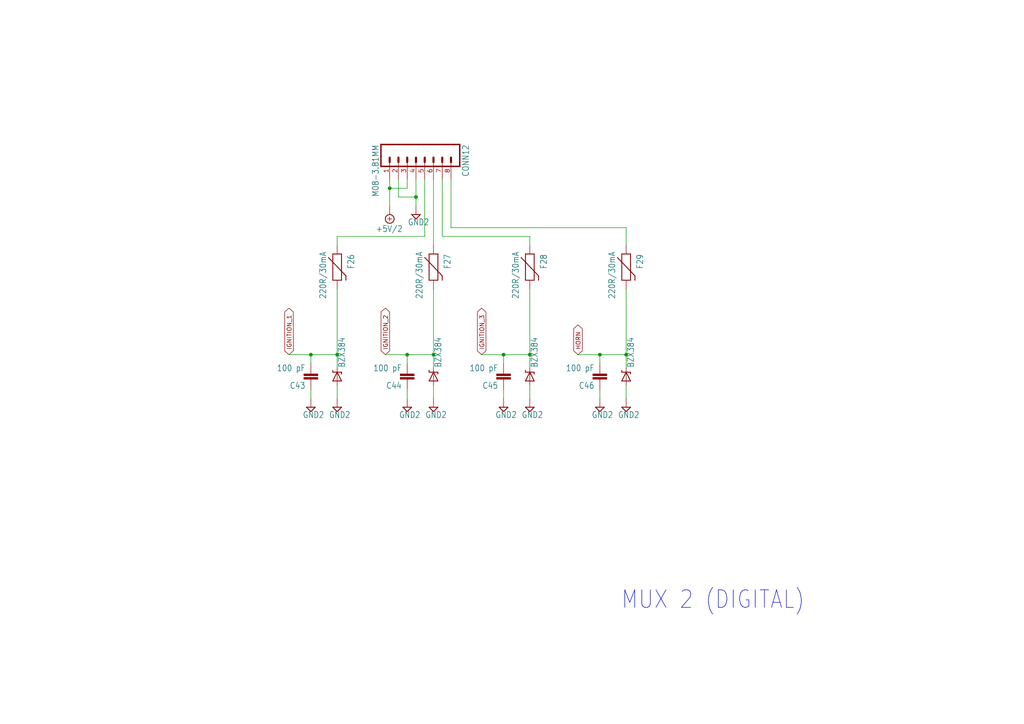
<source format=kicad_sch>
(kicad_sch
	(version 20231120)
	(generator "eeschema")
	(generator_version "8.0")
	(uuid "06db7599-cf0b-42cc-84a1-4d72633a4cf1")
	(paper "A4")
	(lib_symbols
		(symbol "sim-daq-eagle-import:+5V/2"
			(power)
			(exclude_from_sim no)
			(in_bom yes)
			(on_board yes)
			(property "Reference" "#SUPPLY"
				(at 0 0 0)
				(effects
					(font
						(size 1.27 1.27)
					)
					(hide yes)
				)
			)
			(property "Value" ""
				(at -3.81 3.175 0)
				(effects
					(font
						(size 1.778 1.5113)
					)
					(justify left bottom)
				)
			)
			(property "Footprint" ""
				(at 0 0 0)
				(effects
					(font
						(size 1.27 1.27)
					)
					(hide yes)
				)
			)
			(property "Datasheet" ""
				(at 0 0 0)
				(effects
					(font
						(size 1.27 1.27)
					)
					(hide yes)
				)
			)
			(property "Description" "SUPPLY SYMBOL"
				(at 0 0 0)
				(effects
					(font
						(size 1.27 1.27)
					)
					(hide yes)
				)
			)
			(property "ki_locked" ""
				(at 0 0 0)
				(effects
					(font
						(size 1.27 1.27)
					)
				)
			)
			(symbol "+5V/2_1_0"
				(polyline
					(pts
						(xy -0.635 1.27) (xy 0.635 1.27)
					)
					(stroke
						(width 0.1524)
						(type solid)
					)
					(fill
						(type none)
					)
				)
				(polyline
					(pts
						(xy 0 0.635) (xy 0 1.905)
					)
					(stroke
						(width 0.1524)
						(type solid)
					)
					(fill
						(type none)
					)
				)
				(circle
					(center 0 1.27)
					(radius 1.27)
					(stroke
						(width 0.254)
						(type solid)
					)
					(fill
						(type none)
					)
				)
				(pin power_in line
					(at 0 -2.54 90)
					(length 2.54)
					(name "+5V/2"
						(effects
							(font
								(size 0 0)
							)
						)
					)
					(number "1"
						(effects
							(font
								(size 0 0)
							)
						)
					)
				)
			)
		)
		(symbol "sim-daq-eagle-import:C-EUC0805"
			(exclude_from_sim no)
			(in_bom yes)
			(on_board yes)
			(property "Reference" "C"
				(at 1.524 0.381 0)
				(effects
					(font
						(size 1.778 1.5113)
					)
					(justify left bottom)
				)
			)
			(property "Value" ""
				(at 1.524 -4.699 0)
				(effects
					(font
						(size 1.778 1.5113)
					)
					(justify left bottom)
				)
			)
			(property "Footprint" "sim-daq:C0805"
				(at 0 0 0)
				(effects
					(font
						(size 1.27 1.27)
					)
					(hide yes)
				)
			)
			(property "Datasheet" ""
				(at 0 0 0)
				(effects
					(font
						(size 1.27 1.27)
					)
					(hide yes)
				)
			)
			(property "Description" "CAPACITOR, European symbol"
				(at 0 0 0)
				(effects
					(font
						(size 1.27 1.27)
					)
					(hide yes)
				)
			)
			(property "ki_locked" ""
				(at 0 0 0)
				(effects
					(font
						(size 1.27 1.27)
					)
				)
			)
			(symbol "C-EUC0805_1_0"
				(rectangle
					(start -2.032 -2.032)
					(end 2.032 -1.524)
					(stroke
						(width 0)
						(type default)
					)
					(fill
						(type outline)
					)
				)
				(rectangle
					(start -2.032 -1.016)
					(end 2.032 -0.508)
					(stroke
						(width 0)
						(type default)
					)
					(fill
						(type outline)
					)
				)
				(polyline
					(pts
						(xy 0 -2.54) (xy 0 -2.032)
					)
					(stroke
						(width 0.1524)
						(type solid)
					)
					(fill
						(type none)
					)
				)
				(polyline
					(pts
						(xy 0 0) (xy 0 -0.508)
					)
					(stroke
						(width 0.1524)
						(type solid)
					)
					(fill
						(type none)
					)
				)
				(pin passive line
					(at 0 2.54 270)
					(length 2.54)
					(name "1"
						(effects
							(font
								(size 0 0)
							)
						)
					)
					(number "1"
						(effects
							(font
								(size 0 0)
							)
						)
					)
				)
				(pin passive line
					(at 0 -5.08 90)
					(length 2.54)
					(name "2"
						(effects
							(font
								(size 0 0)
							)
						)
					)
					(number "2"
						(effects
							(font
								(size 0 0)
							)
						)
					)
				)
			)
		)
		(symbol "sim-daq-eagle-import:DIODE-ZENER-BZT52"
			(exclude_from_sim no)
			(in_bom yes)
			(on_board yes)
			(property "Reference" ""
				(at 2.54 0.4826 0)
				(effects
					(font
						(size 1.778 1.5113)
					)
					(justify left bottom)
					(hide yes)
				)
			)
			(property "Value" ""
				(at 2.54 -2.3114 0)
				(effects
					(font
						(size 1.778 1.5113)
					)
					(justify left bottom)
				)
			)
			(property "Footprint" "sim-daq:SOD-323"
				(at 0 0 0)
				(effects
					(font
						(size 1.27 1.27)
					)
					(hide yes)
				)
			)
			(property "Datasheet" ""
				(at 0 0 0)
				(effects
					(font
						(size 1.27 1.27)
					)
					(hide yes)
				)
			)
			(property "Description" "Zener Diode Production Part - 8199 3.4V Zener Voltage"
				(at 0 0 0)
				(effects
					(font
						(size 1.27 1.27)
					)
					(hide yes)
				)
			)
			(property "ki_locked" ""
				(at 0 0 0)
				(effects
					(font
						(size 1.27 1.27)
					)
				)
			)
			(symbol "DIODE-ZENER-BZT52_1_0"
				(polyline
					(pts
						(xy -1.27 -1.27) (xy 1.27 0)
					)
					(stroke
						(width 0.254)
						(type solid)
					)
					(fill
						(type none)
					)
				)
				(polyline
					(pts
						(xy -1.27 1.27) (xy -1.27 -1.27)
					)
					(stroke
						(width 0.254)
						(type solid)
					)
					(fill
						(type none)
					)
				)
				(polyline
					(pts
						(xy 1.27 -1.27) (xy 0.762 -1.27)
					)
					(stroke
						(width 0.254)
						(type solid)
					)
					(fill
						(type none)
					)
				)
				(polyline
					(pts
						(xy 1.27 0) (xy -1.27 1.27)
					)
					(stroke
						(width 0.254)
						(type solid)
					)
					(fill
						(type none)
					)
				)
				(polyline
					(pts
						(xy 1.27 0) (xy 1.27 -1.27)
					)
					(stroke
						(width 0.254)
						(type solid)
					)
					(fill
						(type none)
					)
				)
				(polyline
					(pts
						(xy 1.27 1.27) (xy 1.27 0)
					)
					(stroke
						(width 0.254)
						(type solid)
					)
					(fill
						(type none)
					)
				)
				(polyline
					(pts
						(xy 1.27 1.27) (xy 1.778 1.27)
					)
					(stroke
						(width 0.254)
						(type solid)
					)
					(fill
						(type none)
					)
				)
				(pin passive line
					(at -2.54 0 0)
					(length 2.54)
					(name "A"
						(effects
							(font
								(size 0 0)
							)
						)
					)
					(number "A"
						(effects
							(font
								(size 0 0)
							)
						)
					)
				)
				(pin passive line
					(at 2.54 0 180)
					(length 2.54)
					(name "C"
						(effects
							(font
								(size 0 0)
							)
						)
					)
					(number "C"
						(effects
							(font
								(size 0 0)
							)
						)
					)
				)
			)
		)
		(symbol "sim-daq-eagle-import:GND2"
			(power)
			(exclude_from_sim no)
			(in_bom yes)
			(on_board yes)
			(property "Reference" "#SUPPLY"
				(at 0 0 0)
				(effects
					(font
						(size 1.27 1.27)
					)
					(hide yes)
				)
			)
			(property "Value" ""
				(at -2.413 -3.175 0)
				(effects
					(font
						(size 1.778 1.5113)
					)
					(justify left bottom)
				)
			)
			(property "Footprint" ""
				(at 0 0 0)
				(effects
					(font
						(size 1.27 1.27)
					)
					(hide yes)
				)
			)
			(property "Datasheet" ""
				(at 0 0 0)
				(effects
					(font
						(size 1.27 1.27)
					)
					(hide yes)
				)
			)
			(property "Description" "SUPPLY SYMBOL"
				(at 0 0 0)
				(effects
					(font
						(size 1.27 1.27)
					)
					(hide yes)
				)
			)
			(property "ki_locked" ""
				(at 0 0 0)
				(effects
					(font
						(size 1.27 1.27)
					)
				)
			)
			(symbol "GND2_1_0"
				(polyline
					(pts
						(xy -1.27 0) (xy 1.27 0)
					)
					(stroke
						(width 0.254)
						(type solid)
					)
					(fill
						(type none)
					)
				)
				(polyline
					(pts
						(xy 0 -1.27) (xy -1.27 0)
					)
					(stroke
						(width 0.254)
						(type solid)
					)
					(fill
						(type none)
					)
				)
				(polyline
					(pts
						(xy 1.27 0) (xy 0 -1.27)
					)
					(stroke
						(width 0.254)
						(type solid)
					)
					(fill
						(type none)
					)
				)
				(pin power_in line
					(at 0 2.54 270)
					(length 2.54)
					(name "GND2"
						(effects
							(font
								(size 0 0)
							)
						)
					)
					(number "1"
						(effects
							(font
								(size 0 0)
							)
						)
					)
				)
			)
		)
		(symbol "sim-daq-eagle-import:M08-3.81MM"
			(exclude_from_sim no)
			(in_bom yes)
			(on_board yes)
			(property "Reference" "CONN"
				(at -2.54 21.082 0)
				(effects
					(font
						(size 1.778 1.5113)
					)
					(justify left bottom)
				)
			)
			(property "Value" ""
				(at -2.54 -5.08 0)
				(effects
					(font
						(size 1.778 1.5113)
					)
					(justify left bottom)
				)
			)
			(property "Footprint" "sim-daq:M08-3.81"
				(at 0 0 0)
				(effects
					(font
						(size 1.27 1.27)
					)
					(hide yes)
				)
			)
			(property "Datasheet" ""
				(at 0 0 0)
				(effects
					(font
						(size 1.27 1.27)
					)
					(hide yes)
				)
			)
			(property "Description" ""
				(at 0 0 0)
				(effects
					(font
						(size 1.27 1.27)
					)
					(hide yes)
				)
			)
			(property "ki_locked" ""
				(at 0 0 0)
				(effects
					(font
						(size 1.27 1.27)
					)
				)
			)
			(symbol "M08-3.81MM_1_0"
				(polyline
					(pts
						(xy -2.54 20.32) (xy -2.54 -2.54)
					)
					(stroke
						(width 0.4064)
						(type solid)
					)
					(fill
						(type none)
					)
				)
				(polyline
					(pts
						(xy -2.54 20.32) (xy 3.81 20.32)
					)
					(stroke
						(width 0.4064)
						(type solid)
					)
					(fill
						(type none)
					)
				)
				(polyline
					(pts
						(xy 1.27 0) (xy 2.54 0)
					)
					(stroke
						(width 0.6096)
						(type solid)
					)
					(fill
						(type none)
					)
				)
				(polyline
					(pts
						(xy 1.27 2.54) (xy 2.54 2.54)
					)
					(stroke
						(width 0.6096)
						(type solid)
					)
					(fill
						(type none)
					)
				)
				(polyline
					(pts
						(xy 1.27 5.08) (xy 2.54 5.08)
					)
					(stroke
						(width 0.6096)
						(type solid)
					)
					(fill
						(type none)
					)
				)
				(polyline
					(pts
						(xy 1.27 7.62) (xy 2.54 7.62)
					)
					(stroke
						(width 0.6096)
						(type solid)
					)
					(fill
						(type none)
					)
				)
				(polyline
					(pts
						(xy 1.27 10.16) (xy 2.54 10.16)
					)
					(stroke
						(width 0.6096)
						(type solid)
					)
					(fill
						(type none)
					)
				)
				(polyline
					(pts
						(xy 1.27 12.7) (xy 2.54 12.7)
					)
					(stroke
						(width 0.6096)
						(type solid)
					)
					(fill
						(type none)
					)
				)
				(polyline
					(pts
						(xy 1.27 15.24) (xy 2.54 15.24)
					)
					(stroke
						(width 0.6096)
						(type solid)
					)
					(fill
						(type none)
					)
				)
				(polyline
					(pts
						(xy 1.27 17.78) (xy 2.54 17.78)
					)
					(stroke
						(width 0.6096)
						(type solid)
					)
					(fill
						(type none)
					)
				)
				(polyline
					(pts
						(xy 3.81 -2.54) (xy -2.54 -2.54)
					)
					(stroke
						(width 0.4064)
						(type solid)
					)
					(fill
						(type none)
					)
				)
				(polyline
					(pts
						(xy 3.81 -2.54) (xy 3.81 20.32)
					)
					(stroke
						(width 0.4064)
						(type solid)
					)
					(fill
						(type none)
					)
				)
				(pin passive line
					(at 7.62 0 180)
					(length 5.08)
					(name "1"
						(effects
							(font
								(size 0 0)
							)
						)
					)
					(number "1"
						(effects
							(font
								(size 1.27 1.27)
							)
						)
					)
				)
				(pin passive line
					(at 7.62 2.54 180)
					(length 5.08)
					(name "2"
						(effects
							(font
								(size 0 0)
							)
						)
					)
					(number "2"
						(effects
							(font
								(size 1.27 1.27)
							)
						)
					)
				)
				(pin passive line
					(at 7.62 5.08 180)
					(length 5.08)
					(name "3"
						(effects
							(font
								(size 0 0)
							)
						)
					)
					(number "3"
						(effects
							(font
								(size 1.27 1.27)
							)
						)
					)
				)
				(pin passive line
					(at 7.62 7.62 180)
					(length 5.08)
					(name "4"
						(effects
							(font
								(size 0 0)
							)
						)
					)
					(number "4"
						(effects
							(font
								(size 1.27 1.27)
							)
						)
					)
				)
				(pin passive line
					(at 7.62 10.16 180)
					(length 5.08)
					(name "5"
						(effects
							(font
								(size 0 0)
							)
						)
					)
					(number "5"
						(effects
							(font
								(size 1.27 1.27)
							)
						)
					)
				)
				(pin passive line
					(at 7.62 12.7 180)
					(length 5.08)
					(name "6"
						(effects
							(font
								(size 0 0)
							)
						)
					)
					(number "6"
						(effects
							(font
								(size 1.27 1.27)
							)
						)
					)
				)
				(pin passive line
					(at 7.62 15.24 180)
					(length 5.08)
					(name "7"
						(effects
							(font
								(size 0 0)
							)
						)
					)
					(number "7"
						(effects
							(font
								(size 1.27 1.27)
							)
						)
					)
				)
				(pin passive line
					(at 7.62 17.78 180)
					(length 5.08)
					(name "8"
						(effects
							(font
								(size 0 0)
							)
						)
					)
					(number "8"
						(effects
							(font
								(size 1.27 1.27)
							)
						)
					)
				)
			)
		)
		(symbol "sim-daq-eagle-import:PTC0603"
			(exclude_from_sim no)
			(in_bom yes)
			(on_board yes)
			(property "Reference" "F"
				(at -2.54 3.048 0)
				(effects
					(font
						(size 1.778 1.5113)
					)
					(justify left bottom)
				)
			)
			(property "Value" ""
				(at -3.302 -5.08 0)
				(effects
					(font
						(size 1.778 1.5113)
					)
					(justify left bottom)
				)
			)
			(property "Footprint" "sim-daq:0603"
				(at 0 0 0)
				(effects
					(font
						(size 1.27 1.27)
					)
					(hide yes)
				)
			)
			(property "Datasheet" ""
				(at 0 0 0)
				(effects
					(font
						(size 1.27 1.27)
					)
					(hide yes)
				)
			)
			(property "Description" "Resettable Fuse PTC Resettable Fuse. Spark Fun Electronics SKU : COM-08357"
				(at 0 0 0)
				(effects
					(font
						(size 1.27 1.27)
					)
					(hide yes)
				)
			)
			(property "ki_locked" ""
				(at 0 0 0)
				(effects
					(font
						(size 1.27 1.27)
					)
				)
			)
			(symbol "PTC0603_1_0"
				(polyline
					(pts
						(xy -2.54 -1.27) (xy -2.54 1.27)
					)
					(stroke
						(width 0.254)
						(type solid)
					)
					(fill
						(type none)
					)
				)
				(polyline
					(pts
						(xy -2.54 1.27) (xy 5.08 1.27)
					)
					(stroke
						(width 0.254)
						(type solid)
					)
					(fill
						(type none)
					)
				)
				(polyline
					(pts
						(xy -1.524 -2.54) (xy 3.81 2.54)
					)
					(stroke
						(width 0.254)
						(type solid)
					)
					(fill
						(type none)
					)
				)
				(polyline
					(pts
						(xy 3.81 2.54) (xy 5.08 2.54)
					)
					(stroke
						(width 0.254)
						(type solid)
					)
					(fill
						(type none)
					)
				)
				(polyline
					(pts
						(xy 5.08 -1.27) (xy -2.54 -1.27)
					)
					(stroke
						(width 0.254)
						(type solid)
					)
					(fill
						(type none)
					)
				)
				(polyline
					(pts
						(xy 5.08 1.27) (xy 5.08 -1.27)
					)
					(stroke
						(width 0.254)
						(type solid)
					)
					(fill
						(type none)
					)
				)
				(pin bidirectional line
					(at -5.08 0 0)
					(length 2.54)
					(name "1"
						(effects
							(font
								(size 0 0)
							)
						)
					)
					(number "1"
						(effects
							(font
								(size 0 0)
							)
						)
					)
				)
				(pin bidirectional line
					(at 7.62 0 180)
					(length 2.54)
					(name "2"
						(effects
							(font
								(size 0 0)
							)
						)
					)
					(number "2"
						(effects
							(font
								(size 0 0)
							)
						)
					)
				)
			)
		)
	)
	(junction
		(at 146.05 102.87)
		(diameter 0)
		(color 0 0 0 0)
		(uuid "45e515ff-24b3-4fbe-9073-6b413f5f98c7")
	)
	(junction
		(at 118.11 102.87)
		(diameter 0)
		(color 0 0 0 0)
		(uuid "6b651d8d-cda4-48c8-95b7-73ef49ce2ef5")
	)
	(junction
		(at 113.03 54.61)
		(diameter 0)
		(color 0 0 0 0)
		(uuid "7faed6f3-db4c-42c6-b85d-2036c932e9db")
	)
	(junction
		(at 153.67 102.87)
		(diameter 0)
		(color 0 0 0 0)
		(uuid "aa2d5d2e-3b93-44f0-bd95-912a66f51f6b")
	)
	(junction
		(at 125.73 102.87)
		(diameter 0)
		(color 0 0 0 0)
		(uuid "ac3791e4-77ba-4529-a0e5-0b7117359623")
	)
	(junction
		(at 181.61 102.87)
		(diameter 0)
		(color 0 0 0 0)
		(uuid "b1ffeed5-8675-4d1f-b6f1-d21c3aaa83a7")
	)
	(junction
		(at 173.99 102.87)
		(diameter 0)
		(color 0 0 0 0)
		(uuid "b44b33d5-6619-4c66-ad12-28bafa849481")
	)
	(junction
		(at 97.79 102.87)
		(diameter 0)
		(color 0 0 0 0)
		(uuid "d3fd5286-bd28-409a-8bb6-505f459bb835")
	)
	(junction
		(at 120.65 57.15)
		(diameter 0)
		(color 0 0 0 0)
		(uuid "da00c825-1676-4389-b146-3b656eed8c13")
	)
	(junction
		(at 90.17 102.87)
		(diameter 0)
		(color 0 0 0 0)
		(uuid "da56c533-5c5c-4ae3-ada2-56a184881857")
	)
	(wire
		(pts
			(xy 115.57 52.07) (xy 115.57 57.15)
		)
		(stroke
			(width 0.1524)
			(type solid)
		)
		(uuid "003d14af-ab04-4c1a-be97-10f19201ab32")
	)
	(wire
		(pts
			(xy 146.05 102.87) (xy 153.67 102.87)
		)
		(stroke
			(width 0.1524)
			(type solid)
		)
		(uuid "0bc1f4ce-c1b1-4950-b788-93dfa7a26595")
	)
	(wire
		(pts
			(xy 181.61 115.57) (xy 181.61 111.76)
		)
		(stroke
			(width 0.1524)
			(type solid)
		)
		(uuid "109fc64f-1a16-441c-82e4-849fb8f15ad6")
	)
	(wire
		(pts
			(xy 146.05 115.57) (xy 146.05 113.03)
		)
		(stroke
			(width 0.1524)
			(type solid)
		)
		(uuid "13222fe8-acd8-4102-ae0f-2cbfdf645312")
	)
	(wire
		(pts
			(xy 181.61 66.04) (xy 130.81 66.04)
		)
		(stroke
			(width 0.1524)
			(type solid)
		)
		(uuid "1b072b9d-7b0f-47b9-9c73-eef8c3ed9d38")
	)
	(wire
		(pts
			(xy 113.03 52.07) (xy 113.03 54.61)
		)
		(stroke
			(width 0.1524)
			(type solid)
		)
		(uuid "2703fdf1-bc64-4e83-b9aa-25d012338b0c")
	)
	(wire
		(pts
			(xy 173.99 105.41) (xy 173.99 102.87)
		)
		(stroke
			(width 0.1524)
			(type solid)
		)
		(uuid "27e708cc-3f9b-4e25-84b5-63dbe396be93")
	)
	(wire
		(pts
			(xy 173.99 115.57) (xy 173.99 113.03)
		)
		(stroke
			(width 0.1524)
			(type solid)
		)
		(uuid "45fcf245-3e98-479d-a404-213a3c27864d")
	)
	(wire
		(pts
			(xy 181.61 83.82) (xy 181.61 102.87)
		)
		(stroke
			(width 0.1524)
			(type solid)
		)
		(uuid "4a7df409-b236-4694-929f-23db8399a563")
	)
	(wire
		(pts
			(xy 113.03 54.61) (xy 118.11 54.61)
		)
		(stroke
			(width 0.1524)
			(type solid)
		)
		(uuid "4acbdc44-9008-4f45-9d24-73920a79d087")
	)
	(wire
		(pts
			(xy 146.05 102.87) (xy 139.7 102.87)
		)
		(stroke
			(width 0.1524)
			(type solid)
		)
		(uuid "506ad541-38de-4310-bdb4-df97a4ce4257")
	)
	(wire
		(pts
			(xy 120.65 57.15) (xy 120.65 52.07)
		)
		(stroke
			(width 0.1524)
			(type solid)
		)
		(uuid "5143ad27-0cff-45c7-b0d0-3fc0311012c6")
	)
	(wire
		(pts
			(xy 181.61 106.68) (xy 181.61 102.87)
		)
		(stroke
			(width 0.1524)
			(type solid)
		)
		(uuid "5da5f874-a41e-483d-bec5-37244889de61")
	)
	(wire
		(pts
			(xy 173.99 102.87) (xy 181.61 102.87)
		)
		(stroke
			(width 0.1524)
			(type solid)
		)
		(uuid "62b89ca6-1118-47a7-978d-347212d364a7")
	)
	(wire
		(pts
			(xy 123.19 68.58) (xy 97.79 68.58)
		)
		(stroke
			(width 0.1524)
			(type solid)
		)
		(uuid "64744095-efce-414b-be35-eab9af04e51d")
	)
	(wire
		(pts
			(xy 90.17 102.87) (xy 97.79 102.87)
		)
		(stroke
			(width 0.1524)
			(type solid)
		)
		(uuid "654bdf85-73d9-4afd-bb33-a3c378c3b5d6")
	)
	(wire
		(pts
			(xy 123.19 52.07) (xy 123.19 68.58)
		)
		(stroke
			(width 0.1524)
			(type solid)
		)
		(uuid "657e8a9c-cbdc-4e1f-b95c-15dab39c442e")
	)
	(wire
		(pts
			(xy 173.99 102.87) (xy 167.64 102.87)
		)
		(stroke
			(width 0.1524)
			(type solid)
		)
		(uuid "77ce5fb5-1d1f-4437-a448-e634a616b8e2")
	)
	(wire
		(pts
			(xy 125.73 83.82) (xy 125.73 102.87)
		)
		(stroke
			(width 0.1524)
			(type solid)
		)
		(uuid "784faf45-a524-48f0-ac0e-1878c1864350")
	)
	(wire
		(pts
			(xy 130.81 66.04) (xy 130.81 52.07)
		)
		(stroke
			(width 0.1524)
			(type solid)
		)
		(uuid "7d5b473f-57a4-4c2e-a911-04c68de6d8ad")
	)
	(wire
		(pts
			(xy 153.67 83.82) (xy 153.67 102.87)
		)
		(stroke
			(width 0.1524)
			(type solid)
		)
		(uuid "7f1e2db8-ecc5-47ee-a32e-aaaf838c5b00")
	)
	(wire
		(pts
			(xy 118.11 54.61) (xy 118.11 52.07)
		)
		(stroke
			(width 0.1524)
			(type solid)
		)
		(uuid "81346b10-5499-483b-bc2c-242c5eee9251")
	)
	(wire
		(pts
			(xy 115.57 57.15) (xy 120.65 57.15)
		)
		(stroke
			(width 0.1524)
			(type solid)
		)
		(uuid "83f97531-f636-4816-a91d-eadc3e83a631")
	)
	(wire
		(pts
			(xy 153.67 68.58) (xy 128.27 68.58)
		)
		(stroke
			(width 0.1524)
			(type solid)
		)
		(uuid "88283bd8-8140-4262-9532-837104c27ce7")
	)
	(wire
		(pts
			(xy 97.79 115.57) (xy 97.79 111.76)
		)
		(stroke
			(width 0.1524)
			(type solid)
		)
		(uuid "9036f580-3c2a-478b-9570-14ddd0da8193")
	)
	(wire
		(pts
			(xy 90.17 115.57) (xy 90.17 113.03)
		)
		(stroke
			(width 0.1524)
			(type solid)
		)
		(uuid "928123d6-af9b-4bb4-a557-791eed580bf1")
	)
	(wire
		(pts
			(xy 90.17 105.41) (xy 90.17 102.87)
		)
		(stroke
			(width 0.1524)
			(type solid)
		)
		(uuid "998f0cae-b33c-4f9e-b40d-294df20fc582")
	)
	(wire
		(pts
			(xy 153.67 106.68) (xy 153.67 102.87)
		)
		(stroke
			(width 0.1524)
			(type solid)
		)
		(uuid "9cc92db8-218a-4dc6-be00-0d9cb35a6761")
	)
	(wire
		(pts
			(xy 120.65 59.69) (xy 120.65 57.15)
		)
		(stroke
			(width 0.1524)
			(type solid)
		)
		(uuid "a6267843-8c8a-4c74-a5d9-f984e96a11b7")
	)
	(wire
		(pts
			(xy 146.05 105.41) (xy 146.05 102.87)
		)
		(stroke
			(width 0.1524)
			(type solid)
		)
		(uuid "aab76544-c392-4db9-9d23-1876b7fb7306")
	)
	(wire
		(pts
			(xy 118.11 102.87) (xy 125.73 102.87)
		)
		(stroke
			(width 0.1524)
			(type solid)
		)
		(uuid "b5603ee7-6297-4699-b569-ffb541a8809b")
	)
	(wire
		(pts
			(xy 181.61 71.12) (xy 181.61 66.04)
		)
		(stroke
			(width 0.1524)
			(type solid)
		)
		(uuid "ccbcf394-8440-4399-99e2-06d2f61e0ffd")
	)
	(wire
		(pts
			(xy 113.03 54.61) (xy 113.03 59.69)
		)
		(stroke
			(width 0.1524)
			(type solid)
		)
		(uuid "cd2ec3a6-3653-4592-a64e-67e84fcb3e4b")
	)
	(wire
		(pts
			(xy 128.27 68.58) (xy 128.27 52.07)
		)
		(stroke
			(width 0.1524)
			(type solid)
		)
		(uuid "cd93faec-ee27-44c1-bc59-d0215d8a599f")
	)
	(wire
		(pts
			(xy 118.11 105.41) (xy 118.11 102.87)
		)
		(stroke
			(width 0.1524)
			(type solid)
		)
		(uuid "d54e1a0e-869b-4f2d-aa58-80fdd0f33ff2")
	)
	(wire
		(pts
			(xy 118.11 115.57) (xy 118.11 113.03)
		)
		(stroke
			(width 0.1524)
			(type solid)
		)
		(uuid "d78c133b-0e00-4635-960a-6633115f60a0")
	)
	(wire
		(pts
			(xy 118.11 102.87) (xy 111.76 102.87)
		)
		(stroke
			(width 0.1524)
			(type solid)
		)
		(uuid "dd7ea68b-ccf5-4663-b60b-a1946a1e63d4")
	)
	(wire
		(pts
			(xy 97.79 83.82) (xy 97.79 102.87)
		)
		(stroke
			(width 0.1524)
			(type solid)
		)
		(uuid "dda2c9f6-e325-4317-b87d-0d9c7de2920a")
	)
	(wire
		(pts
			(xy 125.73 115.57) (xy 125.73 111.76)
		)
		(stroke
			(width 0.1524)
			(type solid)
		)
		(uuid "dfa0f0a9-e09f-4d17-997b-bd22746cf883")
	)
	(wire
		(pts
			(xy 90.17 102.87) (xy 83.82 102.87)
		)
		(stroke
			(width 0.1524)
			(type solid)
		)
		(uuid "e8120cc6-4b6f-493b-86cb-bbbaea473f4b")
	)
	(wire
		(pts
			(xy 153.67 71.12) (xy 153.67 68.58)
		)
		(stroke
			(width 0.1524)
			(type solid)
		)
		(uuid "e9049eeb-9f92-4a27-aa38-bf8b22553fe4")
	)
	(wire
		(pts
			(xy 153.67 115.57) (xy 153.67 111.76)
		)
		(stroke
			(width 0.1524)
			(type solid)
		)
		(uuid "ea1a1c8f-fcc1-42cf-b7c5-6e54f8646cad")
	)
	(wire
		(pts
			(xy 125.73 52.07) (xy 125.73 71.12)
		)
		(stroke
			(width 0.1524)
			(type solid)
		)
		(uuid "ea33c31e-f95d-412d-9a40-721a274dfe5e")
	)
	(wire
		(pts
			(xy 97.79 68.58) (xy 97.79 71.12)
		)
		(stroke
			(width 0.1524)
			(type solid)
		)
		(uuid "eaeba194-8200-4f89-9685-1b95ead68fc0")
	)
	(wire
		(pts
			(xy 125.73 106.68) (xy 125.73 102.87)
		)
		(stroke
			(width 0.1524)
			(type solid)
		)
		(uuid "f6a95e4a-b92b-4e5f-99af-53fbd7780ea5")
	)
	(wire
		(pts
			(xy 97.79 106.68) (xy 97.79 102.87)
		)
		(stroke
			(width 0.1524)
			(type solid)
		)
		(uuid "ff0d445b-a703-4ef4-adbc-46861753c35f")
	)
	(text "MUX 2 (DIGITAL)"
		(exclude_from_sim no)
		(at 180.086 177.038 0)
		(effects
			(font
				(size 5.08 4.318)
			)
			(justify left bottom)
		)
		(uuid "24719506-5b2f-4e7e-9265-d6c51c4c4abd")
	)
	(global_label "HORN"
		(shape bidirectional)
		(at 167.64 102.87 90)
		(fields_autoplaced yes)
		(effects
			(font
				(size 1.2446 1.2446)
			)
			(justify left)
		)
		(uuid "512ce661-7fe2-4d1a-b1a5-234b187bf499")
		(property "Intersheetrefs" "${INTERSHEET_REFS}"
			(at 167.64 93.6995 90)
			(effects
				(font
					(size 1.27 1.27)
				)
				(justify left)
				(hide yes)
			)
		)
	)
	(global_label "IGNITION_1"
		(shape bidirectional)
		(at 83.82 102.87 90)
		(fields_autoplaced yes)
		(effects
			(font
				(size 1.2446 1.2446)
			)
			(justify left)
		)
		(uuid "5309cfe0-e722-422e-9c42-8ae305901569")
		(property "Intersheetrefs" "${INTERSHEET_REFS}"
			(at 83.82 88.8395 90)
			(effects
				(font
					(size 1.27 1.27)
				)
				(justify left)
				(hide yes)
			)
		)
	)
	(global_label "IGNITION_2"
		(shape bidirectional)
		(at 111.76 102.87 90)
		(fields_autoplaced yes)
		(effects
			(font
				(size 1.2446 1.2446)
			)
			(justify left)
		)
		(uuid "68201b56-e8ca-495d-a3cd-e0bcb37b8505")
		(property "Intersheetrefs" "${INTERSHEET_REFS}"
			(at 111.76 88.8395 90)
			(effects
				(font
					(size 1.27 1.27)
				)
				(justify left)
				(hide yes)
			)
		)
	)
	(global_label "IGNITION_3"
		(shape bidirectional)
		(at 139.7 102.87 90)
		(fields_autoplaced yes)
		(effects
			(font
				(size 1.2446 1.2446)
			)
			(justify left)
		)
		(uuid "e4a75b61-8f0d-42d9-889d-52087723a5e7")
		(property "Intersheetrefs" "${INTERSHEET_REFS}"
			(at 139.7 88.8395 90)
			(effects
				(font
					(size 1.27 1.27)
				)
				(justify left)
				(hide yes)
			)
		)
	)
	(symbol
		(lib_id "sim-daq-eagle-import:GND2")
		(at 120.65 62.23 0)
		(unit 1)
		(exclude_from_sim no)
		(in_bom yes)
		(on_board yes)
		(dnp no)
		(uuid "059a11b0-a3c2-4b0b-9491-f6002ec6da25")
		(property "Reference" "#SUPPLY53"
			(at 120.65 62.23 0)
			(effects
				(font
					(size 1.27 1.27)
				)
				(hide yes)
			)
		)
		(property "Value" "GND2"
			(at 118.237 65.405 0)
			(effects
				(font
					(size 1.778 1.5113)
				)
				(justify left bottom)
			)
		)
		(property "Footprint" ""
			(at 120.65 62.23 0)
			(effects
				(font
					(size 1.27 1.27)
				)
				(hide yes)
			)
		)
		(property "Datasheet" ""
			(at 120.65 62.23 0)
			(effects
				(font
					(size 1.27 1.27)
				)
				(hide yes)
			)
		)
		(property "Description" ""
			(at 120.65 62.23 0)
			(effects
				(font
					(size 1.27 1.27)
				)
				(hide yes)
			)
		)
		(pin "1"
			(uuid "bdf2b79a-9324-420a-b645-4a06ba29fb1c")
		)
		(instances
			(project "sim-daq"
				(path "/49d127e9-4d55-4359-a72f-e53f94e14ae0/deed2928-307d-421b-9755-61f13fc86092"
					(reference "#SUPPLY53")
					(unit 1)
				)
			)
		)
	)
	(symbol
		(lib_id "sim-daq-eagle-import:DIODE-ZENER-BZT52")
		(at 153.67 109.22 90)
		(unit 1)
		(exclude_from_sim no)
		(in_bom yes)
		(on_board yes)
		(dnp no)
		(uuid "1b74de2e-641a-44ca-9d3c-326c846077c9")
		(property "Reference" "D47"
			(at 153.1874 106.68 0)
			(effects
				(font
					(size 1.778 1.5113)
				)
				(justify left bottom)
				(hide yes)
			)
		)
		(property "Value" "BZX384"
			(at 155.9814 106.68 0)
			(effects
				(font
					(size 1.778 1.5113)
				)
				(justify left bottom)
			)
		)
		(property "Footprint" "sim-daq:SOD-323"
			(at 153.67 109.22 0)
			(effects
				(font
					(size 1.27 1.27)
				)
				(hide yes)
			)
		)
		(property "Datasheet" ""
			(at 153.67 109.22 0)
			(effects
				(font
					(size 1.27 1.27)
				)
				(hide yes)
			)
		)
		(property "Description" ""
			(at 153.67 109.22 0)
			(effects
				(font
					(size 1.27 1.27)
				)
				(hide yes)
			)
		)
		(property "PARTNO" "*"
			(at 153.67 109.22 90)
			(effects
				(font
					(size 1.27 1.27)
				)
				(justify right top)
				(hide yes)
			)
		)
		(pin "A"
			(uuid "cd69df82-b18a-4fec-8cda-69e80865dae7")
		)
		(pin "C"
			(uuid "bded18a0-8eea-4a42-839d-d6f785d83084")
		)
		(instances
			(project "sim-daq"
				(path "/49d127e9-4d55-4359-a72f-e53f94e14ae0/deed2928-307d-421b-9755-61f13fc86092"
					(reference "D47")
					(unit 1)
				)
			)
		)
	)
	(symbol
		(lib_id "sim-daq-eagle-import:DIODE-ZENER-BZT52")
		(at 125.73 109.22 90)
		(unit 1)
		(exclude_from_sim no)
		(in_bom yes)
		(on_board yes)
		(dnp no)
		(uuid "2553aa30-0ee6-41cf-8e2e-f648aa64afaa")
		(property "Reference" "D46"
			(at 125.2474 106.68 0)
			(effects
				(font
					(size 1.778 1.5113)
				)
				(justify left bottom)
				(hide yes)
			)
		)
		(property "Value" "BZX384"
			(at 128.0414 106.68 0)
			(effects
				(font
					(size 1.778 1.5113)
				)
				(justify left bottom)
			)
		)
		(property "Footprint" "sim-daq:SOD-323"
			(at 125.73 109.22 0)
			(effects
				(font
					(size 1.27 1.27)
				)
				(hide yes)
			)
		)
		(property "Datasheet" ""
			(at 125.73 109.22 0)
			(effects
				(font
					(size 1.27 1.27)
				)
				(hide yes)
			)
		)
		(property "Description" ""
			(at 125.73 109.22 0)
			(effects
				(font
					(size 1.27 1.27)
				)
				(hide yes)
			)
		)
		(property "PARTNO" "*"
			(at 125.73 109.22 90)
			(effects
				(font
					(size 1.27 1.27)
				)
				(justify right top)
				(hide yes)
			)
		)
		(pin "A"
			(uuid "b4bf57dd-7e79-47ea-b66e-09fee60c6c9c")
		)
		(pin "C"
			(uuid "8b708c2e-3076-4076-8e9a-bc2d161f0ec7")
		)
		(instances
			(project "sim-daq"
				(path "/49d127e9-4d55-4359-a72f-e53f94e14ae0/deed2928-307d-421b-9755-61f13fc86092"
					(reference "D46")
					(unit 1)
				)
			)
		)
	)
	(symbol
		(lib_id "sim-daq-eagle-import:GND2")
		(at 146.05 118.11 0)
		(unit 1)
		(exclude_from_sim no)
		(in_bom yes)
		(on_board yes)
		(dnp no)
		(uuid "31f0b028-ddac-41d8-89e6-5ff7b52bd468")
		(property "Reference" "#SUPPLY58"
			(at 146.05 118.11 0)
			(effects
				(font
					(size 1.27 1.27)
				)
				(hide yes)
			)
		)
		(property "Value" "GND2"
			(at 143.637 121.285 0)
			(effects
				(font
					(size 1.778 1.5113)
				)
				(justify left bottom)
			)
		)
		(property "Footprint" ""
			(at 146.05 118.11 0)
			(effects
				(font
					(size 1.27 1.27)
				)
				(hide yes)
			)
		)
		(property "Datasheet" ""
			(at 146.05 118.11 0)
			(effects
				(font
					(size 1.27 1.27)
				)
				(hide yes)
			)
		)
		(property "Description" ""
			(at 146.05 118.11 0)
			(effects
				(font
					(size 1.27 1.27)
				)
				(hide yes)
			)
		)
		(pin "1"
			(uuid "7f27e0e5-85ae-422d-9a70-0b8f2bdf9481")
		)
		(instances
			(project "sim-daq"
				(path "/49d127e9-4d55-4359-a72f-e53f94e14ae0/deed2928-307d-421b-9755-61f13fc86092"
					(reference "#SUPPLY58")
					(unit 1)
				)
			)
		)
	)
	(symbol
		(lib_id "sim-daq-eagle-import:GND2")
		(at 153.67 118.11 0)
		(unit 1)
		(exclude_from_sim no)
		(in_bom yes)
		(on_board yes)
		(dnp no)
		(uuid "4bc1484c-4883-447a-9ccd-9f3be717673a")
		(property "Reference" "#SUPPLY59"
			(at 153.67 118.11 0)
			(effects
				(font
					(size 1.27 1.27)
				)
				(hide yes)
			)
		)
		(property "Value" "GND2"
			(at 151.257 121.285 0)
			(effects
				(font
					(size 1.778 1.5113)
				)
				(justify left bottom)
			)
		)
		(property "Footprint" ""
			(at 153.67 118.11 0)
			(effects
				(font
					(size 1.27 1.27)
				)
				(hide yes)
			)
		)
		(property "Datasheet" ""
			(at 153.67 118.11 0)
			(effects
				(font
					(size 1.27 1.27)
				)
				(hide yes)
			)
		)
		(property "Description" ""
			(at 153.67 118.11 0)
			(effects
				(font
					(size 1.27 1.27)
				)
				(hide yes)
			)
		)
		(pin "1"
			(uuid "ffa87934-3209-4643-8ec0-f261c1f2fd7d")
		)
		(instances
			(project "sim-daq"
				(path "/49d127e9-4d55-4359-a72f-e53f94e14ae0/deed2928-307d-421b-9755-61f13fc86092"
					(reference "#SUPPLY59")
					(unit 1)
				)
			)
		)
	)
	(symbol
		(lib_id "sim-daq-eagle-import:GND2")
		(at 97.79 118.11 0)
		(unit 1)
		(exclude_from_sim no)
		(in_bom yes)
		(on_board yes)
		(dnp no)
		(uuid "4bc57088-1525-4b2f-82b2-2e4c69a655fd")
		(property "Reference" "#SUPPLY55"
			(at 97.79 118.11 0)
			(effects
				(font
					(size 1.27 1.27)
				)
				(hide yes)
			)
		)
		(property "Value" "GND2"
			(at 95.377 121.285 0)
			(effects
				(font
					(size 1.778 1.5113)
				)
				(justify left bottom)
			)
		)
		(property "Footprint" ""
			(at 97.79 118.11 0)
			(effects
				(font
					(size 1.27 1.27)
				)
				(hide yes)
			)
		)
		(property "Datasheet" ""
			(at 97.79 118.11 0)
			(effects
				(font
					(size 1.27 1.27)
				)
				(hide yes)
			)
		)
		(property "Description" ""
			(at 97.79 118.11 0)
			(effects
				(font
					(size 1.27 1.27)
				)
				(hide yes)
			)
		)
		(pin "1"
			(uuid "825944f3-4049-4928-9b10-510cd14a81cd")
		)
		(instances
			(project "sim-daq"
				(path "/49d127e9-4d55-4359-a72f-e53f94e14ae0/deed2928-307d-421b-9755-61f13fc86092"
					(reference "#SUPPLY55")
					(unit 1)
				)
			)
		)
	)
	(symbol
		(lib_id "sim-daq-eagle-import:M08-3.81MM")
		(at 113.03 44.45 270)
		(unit 1)
		(exclude_from_sim no)
		(in_bom yes)
		(on_board yes)
		(dnp no)
		(uuid "589824de-e4fd-4a41-9b6b-e9290f08e107")
		(property "Reference" "CONN12"
			(at 134.112 41.91 0)
			(effects
				(font
					(size 1.778 1.5113)
				)
				(justify left bottom)
			)
		)
		(property "Value" "M08-3.81MM"
			(at 107.95 41.91 0)
			(effects
				(font
					(size 1.778 1.5113)
				)
				(justify left bottom)
			)
		)
		(property "Footprint" "sim-daq:M08-3.81"
			(at 113.03 44.45 0)
			(effects
				(font
					(size 1.27 1.27)
				)
				(hide yes)
			)
		)
		(property "Datasheet" ""
			(at 113.03 44.45 0)
			(effects
				(font
					(size 1.27 1.27)
				)
				(hide yes)
			)
		)
		(property "Description" ""
			(at 113.03 44.45 0)
			(effects
				(font
					(size 1.27 1.27)
				)
				(hide yes)
			)
		)
		(property "PARTNO" "*"
			(at 113.03 44.45 90)
			(effects
				(font
					(size 1.27 1.27)
				)
				(justify left bottom)
				(hide yes)
			)
		)
		(pin "5"
			(uuid "7254aee1-6e3a-481c-98a4-78f422838158")
		)
		(pin "4"
			(uuid "33a6ac8f-7d99-4491-b398-d1637df37700")
		)
		(pin "3"
			(uuid "89fa4b0f-5e2b-460b-a844-f3764e19f9ab")
		)
		(pin "2"
			(uuid "4006b468-12eb-45e9-9f71-ab16f8caa371")
		)
		(pin "6"
			(uuid "3bb69ecc-c125-442b-8d52-5f3bef57af6d")
		)
		(pin "1"
			(uuid "0c2e3edb-9070-4cc4-9b0b-e3007e73a147")
		)
		(pin "7"
			(uuid "7eaf964b-5ce7-4050-91c7-a7a900d02019")
		)
		(pin "8"
			(uuid "530246af-fe9d-4d5c-a05a-39cca63d2703")
		)
		(instances
			(project "sim-daq"
				(path "/49d127e9-4d55-4359-a72f-e53f94e14ae0/deed2928-307d-421b-9755-61f13fc86092"
					(reference "CONN12")
					(unit 1)
				)
			)
		)
	)
	(symbol
		(lib_id "sim-daq-eagle-import:PTC0603")
		(at 181.61 76.2 270)
		(unit 1)
		(exclude_from_sim no)
		(in_bom yes)
		(on_board yes)
		(dnp no)
		(uuid "592cf8ff-98a2-4fb0-b4a0-b19542add9bd")
		(property "Reference" "F29"
			(at 184.658 73.66 0)
			(effects
				(font
					(size 1.778 1.5113)
				)
				(justify left bottom)
			)
		)
		(property "Value" "220R/30mA"
			(at 176.53 72.898 0)
			(effects
				(font
					(size 1.778 1.5113)
				)
				(justify left bottom)
			)
		)
		(property "Footprint" "sim-daq:0603"
			(at 181.61 76.2 0)
			(effects
				(font
					(size 1.27 1.27)
				)
				(hide yes)
			)
		)
		(property "Datasheet" ""
			(at 181.61 76.2 0)
			(effects
				(font
					(size 1.27 1.27)
				)
				(hide yes)
			)
		)
		(property "Description" ""
			(at 181.61 76.2 0)
			(effects
				(font
					(size 1.27 1.27)
				)
				(hide yes)
			)
		)
		(property "PARTNO" "*"
			(at 181.61 76.2 90)
			(effects
				(font
					(size 1.27 1.27)
				)
				(justify left bottom)
				(hide yes)
			)
		)
		(pin "1"
			(uuid "fbe695eb-cdb0-43bb-ad84-938d76bfd150")
		)
		(pin "2"
			(uuid "1f7ac8b5-9226-4f17-876a-57cd8e296f3c")
		)
		(instances
			(project "sim-daq"
				(path "/49d127e9-4d55-4359-a72f-e53f94e14ae0/deed2928-307d-421b-9755-61f13fc86092"
					(reference "F29")
					(unit 1)
				)
			)
		)
	)
	(symbol
		(lib_id "sim-daq-eagle-import:PTC0603")
		(at 153.67 76.2 270)
		(unit 1)
		(exclude_from_sim no)
		(in_bom yes)
		(on_board yes)
		(dnp no)
		(uuid "612e5737-429d-4fe7-90c0-ba9af5645712")
		(property "Reference" "F28"
			(at 156.718 73.66 0)
			(effects
				(font
					(size 1.778 1.5113)
				)
				(justify left bottom)
			)
		)
		(property "Value" "220R/30mA"
			(at 148.59 72.898 0)
			(effects
				(font
					(size 1.778 1.5113)
				)
				(justify left bottom)
			)
		)
		(property "Footprint" "sim-daq:0603"
			(at 153.67 76.2 0)
			(effects
				(font
					(size 1.27 1.27)
				)
				(hide yes)
			)
		)
		(property "Datasheet" ""
			(at 153.67 76.2 0)
			(effects
				(font
					(size 1.27 1.27)
				)
				(hide yes)
			)
		)
		(property "Description" ""
			(at 153.67 76.2 0)
			(effects
				(font
					(size 1.27 1.27)
				)
				(hide yes)
			)
		)
		(property "PARTNO" "*"
			(at 153.67 76.2 90)
			(effects
				(font
					(size 1.27 1.27)
				)
				(justify left bottom)
				(hide yes)
			)
		)
		(pin "2"
			(uuid "dd181d01-e4ca-484a-b614-f3fbd85f34b5")
		)
		(pin "1"
			(uuid "39225d83-9406-45ff-8d80-4d0b8b7d79dc")
		)
		(instances
			(project "sim-daq"
				(path "/49d127e9-4d55-4359-a72f-e53f94e14ae0/deed2928-307d-421b-9755-61f13fc86092"
					(reference "F28")
					(unit 1)
				)
			)
		)
	)
	(symbol
		(lib_id "sim-daq-eagle-import:DIODE-ZENER-BZT52")
		(at 181.61 109.22 90)
		(unit 1)
		(exclude_from_sim no)
		(in_bom yes)
		(on_board yes)
		(dnp no)
		(uuid "62a6b7e6-4f9a-4bf0-996b-9f51d71396e1")
		(property "Reference" "D48"
			(at 181.1274 106.68 0)
			(effects
				(font
					(size 1.778 1.5113)
				)
				(justify left bottom)
				(hide yes)
			)
		)
		(property "Value" "BZX384"
			(at 183.9214 106.68 0)
			(effects
				(font
					(size 1.778 1.5113)
				)
				(justify left bottom)
			)
		)
		(property "Footprint" "sim-daq:SOD-323"
			(at 181.61 109.22 0)
			(effects
				(font
					(size 1.27 1.27)
				)
				(hide yes)
			)
		)
		(property "Datasheet" ""
			(at 181.61 109.22 0)
			(effects
				(font
					(size 1.27 1.27)
				)
				(hide yes)
			)
		)
		(property "Description" ""
			(at 181.61 109.22 0)
			(effects
				(font
					(size 1.27 1.27)
				)
				(hide yes)
			)
		)
		(property "PARTNO" "*"
			(at 181.61 109.22 90)
			(effects
				(font
					(size 1.27 1.27)
				)
				(justify right top)
				(hide yes)
			)
		)
		(pin "A"
			(uuid "d93bba0a-d909-450e-84f5-23214a2f1d9c")
		)
		(pin "C"
			(uuid "9646cbc5-c201-421c-a700-c79e66b20ce0")
		)
		(instances
			(project "sim-daq"
				(path "/49d127e9-4d55-4359-a72f-e53f94e14ae0/deed2928-307d-421b-9755-61f13fc86092"
					(reference "D48")
					(unit 1)
				)
			)
		)
	)
	(symbol
		(lib_id "sim-daq-eagle-import:GND2")
		(at 125.73 118.11 0)
		(unit 1)
		(exclude_from_sim no)
		(in_bom yes)
		(on_board yes)
		(dnp no)
		(uuid "6e29ebb6-3e16-46a7-b22e-3fd85d259c24")
		(property "Reference" "#SUPPLY57"
			(at 125.73 118.11 0)
			(effects
				(font
					(size 1.27 1.27)
				)
				(hide yes)
			)
		)
		(property "Value" "GND2"
			(at 123.317 121.285 0)
			(effects
				(font
					(size 1.778 1.5113)
				)
				(justify left bottom)
			)
		)
		(property "Footprint" ""
			(at 125.73 118.11 0)
			(effects
				(font
					(size 1.27 1.27)
				)
				(hide yes)
			)
		)
		(property "Datasheet" ""
			(at 125.73 118.11 0)
			(effects
				(font
					(size 1.27 1.27)
				)
				(hide yes)
			)
		)
		(property "Description" ""
			(at 125.73 118.11 0)
			(effects
				(font
					(size 1.27 1.27)
				)
				(hide yes)
			)
		)
		(pin "1"
			(uuid "960f9582-9c50-457f-88d8-c90d5f09a24b")
		)
		(instances
			(project "sim-daq"
				(path "/49d127e9-4d55-4359-a72f-e53f94e14ae0/deed2928-307d-421b-9755-61f13fc86092"
					(reference "#SUPPLY57")
					(unit 1)
				)
			)
		)
	)
	(symbol
		(lib_id "sim-daq-eagle-import:C-EUC0805")
		(at 173.99 110.49 180)
		(unit 1)
		(exclude_from_sim no)
		(in_bom yes)
		(on_board yes)
		(dnp no)
		(uuid "6f49a8bf-0d24-4049-a56d-210e56f94541")
		(property "Reference" "C46"
			(at 172.466 110.871 0)
			(effects
				(font
					(size 1.778 1.5113)
				)
				(justify left bottom)
			)
		)
		(property "Value" "100 pF"
			(at 172.466 105.791 0)
			(effects
				(font
					(size 1.778 1.5113)
				)
				(justify left bottom)
			)
		)
		(property "Footprint" "sim-daq:C0805"
			(at 173.99 110.49 0)
			(effects
				(font
					(size 1.27 1.27)
				)
				(hide yes)
			)
		)
		(property "Datasheet" ""
			(at 173.99 110.49 0)
			(effects
				(font
					(size 1.27 1.27)
				)
				(hide yes)
			)
		)
		(property "Description" ""
			(at 173.99 110.49 0)
			(effects
				(font
					(size 1.27 1.27)
				)
				(hide yes)
			)
		)
		(property "PARTNO" "*"
			(at 173.99 110.49 0)
			(effects
				(font
					(size 1.27 1.27)
				)
				(justify right top)
				(hide yes)
			)
		)
		(pin "2"
			(uuid "0349edf4-7754-424f-8960-d195ebf12d28")
		)
		(pin "1"
			(uuid "0bffd392-6ad3-4d55-a977-e3098b62f6cb")
		)
		(instances
			(project "sim-daq"
				(path "/49d127e9-4d55-4359-a72f-e53f94e14ae0/deed2928-307d-421b-9755-61f13fc86092"
					(reference "C46")
					(unit 1)
				)
			)
		)
	)
	(symbol
		(lib_id "sim-daq-eagle-import:GND2")
		(at 173.99 118.11 0)
		(unit 1)
		(exclude_from_sim no)
		(in_bom yes)
		(on_board yes)
		(dnp no)
		(uuid "91018c9a-fc92-483e-8378-e1aa1856a85a")
		(property "Reference" "#SUPPLY60"
			(at 173.99 118.11 0)
			(effects
				(font
					(size 1.27 1.27)
				)
				(hide yes)
			)
		)
		(property "Value" "GND2"
			(at 171.577 121.285 0)
			(effects
				(font
					(size 1.778 1.5113)
				)
				(justify left bottom)
			)
		)
		(property "Footprint" ""
			(at 173.99 118.11 0)
			(effects
				(font
					(size 1.27 1.27)
				)
				(hide yes)
			)
		)
		(property "Datasheet" ""
			(at 173.99 118.11 0)
			(effects
				(font
					(size 1.27 1.27)
				)
				(hide yes)
			)
		)
		(property "Description" ""
			(at 173.99 118.11 0)
			(effects
				(font
					(size 1.27 1.27)
				)
				(hide yes)
			)
		)
		(pin "1"
			(uuid "9c4929a4-7948-4cb5-bb66-33d99c960041")
		)
		(instances
			(project "sim-daq"
				(path "/49d127e9-4d55-4359-a72f-e53f94e14ae0/deed2928-307d-421b-9755-61f13fc86092"
					(reference "#SUPPLY60")
					(unit 1)
				)
			)
		)
	)
	(symbol
		(lib_id "sim-daq-eagle-import:GND2")
		(at 90.17 118.11 0)
		(unit 1)
		(exclude_from_sim no)
		(in_bom yes)
		(on_board yes)
		(dnp no)
		(uuid "a81a678f-7b4a-46ad-b8d7-9f1fdb7ed9c2")
		(property "Reference" "#SUPPLY54"
			(at 90.17 118.11 0)
			(effects
				(font
					(size 1.27 1.27)
				)
				(hide yes)
			)
		)
		(property "Value" "GND2"
			(at 87.757 121.285 0)
			(effects
				(font
					(size 1.778 1.5113)
				)
				(justify left bottom)
			)
		)
		(property "Footprint" ""
			(at 90.17 118.11 0)
			(effects
				(font
					(size 1.27 1.27)
				)
				(hide yes)
			)
		)
		(property "Datasheet" ""
			(at 90.17 118.11 0)
			(effects
				(font
					(size 1.27 1.27)
				)
				(hide yes)
			)
		)
		(property "Description" ""
			(at 90.17 118.11 0)
			(effects
				(font
					(size 1.27 1.27)
				)
				(hide yes)
			)
		)
		(pin "1"
			(uuid "22c7f1da-6333-47b8-a38c-2bca6e64e225")
		)
		(instances
			(project "sim-daq"
				(path "/49d127e9-4d55-4359-a72f-e53f94e14ae0/deed2928-307d-421b-9755-61f13fc86092"
					(reference "#SUPPLY54")
					(unit 1)
				)
			)
		)
	)
	(symbol
		(lib_id "sim-daq-eagle-import:GND2")
		(at 181.61 118.11 0)
		(unit 1)
		(exclude_from_sim no)
		(in_bom yes)
		(on_board yes)
		(dnp no)
		(uuid "b063f979-a8f3-48a5-99e3-1a13348051c5")
		(property "Reference" "#SUPPLY61"
			(at 181.61 118.11 0)
			(effects
				(font
					(size 1.27 1.27)
				)
				(hide yes)
			)
		)
		(property "Value" "GND2"
			(at 179.197 121.285 0)
			(effects
				(font
					(size 1.778 1.5113)
				)
				(justify left bottom)
			)
		)
		(property "Footprint" ""
			(at 181.61 118.11 0)
			(effects
				(font
					(size 1.27 1.27)
				)
				(hide yes)
			)
		)
		(property "Datasheet" ""
			(at 181.61 118.11 0)
			(effects
				(font
					(size 1.27 1.27)
				)
				(hide yes)
			)
		)
		(property "Description" ""
			(at 181.61 118.11 0)
			(effects
				(font
					(size 1.27 1.27)
				)
				(hide yes)
			)
		)
		(pin "1"
			(uuid "7efaabb6-4ee5-4ffc-8596-3b32d58f02af")
		)
		(instances
			(project "sim-daq"
				(path "/49d127e9-4d55-4359-a72f-e53f94e14ae0/deed2928-307d-421b-9755-61f13fc86092"
					(reference "#SUPPLY61")
					(unit 1)
				)
			)
		)
	)
	(symbol
		(lib_id "sim-daq-eagle-import:C-EUC0805")
		(at 118.11 110.49 180)
		(unit 1)
		(exclude_from_sim no)
		(in_bom yes)
		(on_board yes)
		(dnp no)
		(uuid "b78723b5-fc63-49d0-ad00-47b806a06ed4")
		(property "Reference" "C44"
			(at 116.586 110.871 0)
			(effects
				(font
					(size 1.778 1.5113)
				)
				(justify left bottom)
			)
		)
		(property "Value" "100 pF"
			(at 116.586 105.791 0)
			(effects
				(font
					(size 1.778 1.5113)
				)
				(justify left bottom)
			)
		)
		(property "Footprint" "sim-daq:C0805"
			(at 118.11 110.49 0)
			(effects
				(font
					(size 1.27 1.27)
				)
				(hide yes)
			)
		)
		(property "Datasheet" ""
			(at 118.11 110.49 0)
			(effects
				(font
					(size 1.27 1.27)
				)
				(hide yes)
			)
		)
		(property "Description" ""
			(at 118.11 110.49 0)
			(effects
				(font
					(size 1.27 1.27)
				)
				(hide yes)
			)
		)
		(property "PARTNO" "*"
			(at 118.11 110.49 0)
			(effects
				(font
					(size 1.27 1.27)
				)
				(justify right top)
				(hide yes)
			)
		)
		(pin "1"
			(uuid "e5430865-8382-4250-b94e-6297360c0a08")
		)
		(pin "2"
			(uuid "b739055e-126d-4a66-9cd6-9330096a44d4")
		)
		(instances
			(project "sim-daq"
				(path "/49d127e9-4d55-4359-a72f-e53f94e14ae0/deed2928-307d-421b-9755-61f13fc86092"
					(reference "C44")
					(unit 1)
				)
			)
		)
	)
	(symbol
		(lib_id "sim-daq-eagle-import:+5V/2")
		(at 113.03 62.23 180)
		(unit 1)
		(exclude_from_sim no)
		(in_bom yes)
		(on_board yes)
		(dnp no)
		(uuid "c8b7e204-fc18-4c3e-8466-ad8da638e50b")
		(property "Reference" "#SUPPLY52"
			(at 113.03 62.23 0)
			(effects
				(font
					(size 1.27 1.27)
				)
				(hide yes)
			)
		)
		(property "Value" "+5V/2"
			(at 116.84 65.405 0)
			(effects
				(font
					(size 1.778 1.5113)
				)
				(justify left bottom)
			)
		)
		(property "Footprint" ""
			(at 113.03 62.23 0)
			(effects
				(font
					(size 1.27 1.27)
				)
				(hide yes)
			)
		)
		(property "Datasheet" ""
			(at 113.03 62.23 0)
			(effects
				(font
					(size 1.27 1.27)
				)
				(hide yes)
			)
		)
		(property "Description" ""
			(at 113.03 62.23 0)
			(effects
				(font
					(size 1.27 1.27)
				)
				(hide yes)
			)
		)
		(pin "1"
			(uuid "9c11ba21-63f7-4980-a190-635ccb57c75e")
		)
		(instances
			(project "sim-daq"
				(path "/49d127e9-4d55-4359-a72f-e53f94e14ae0/deed2928-307d-421b-9755-61f13fc86092"
					(reference "#SUPPLY52")
					(unit 1)
				)
			)
		)
	)
	(symbol
		(lib_id "sim-daq-eagle-import:PTC0603")
		(at 97.79 76.2 270)
		(unit 1)
		(exclude_from_sim no)
		(in_bom yes)
		(on_board yes)
		(dnp no)
		(uuid "cb58dcd3-71d7-442a-8d91-24f2009bedef")
		(property "Reference" "F26"
			(at 100.838 73.66 0)
			(effects
				(font
					(size 1.778 1.5113)
				)
				(justify left bottom)
			)
		)
		(property "Value" "220R/30mA"
			(at 92.71 72.898 0)
			(effects
				(font
					(size 1.778 1.5113)
				)
				(justify left bottom)
			)
		)
		(property "Footprint" "sim-daq:0603"
			(at 97.79 76.2 0)
			(effects
				(font
					(size 1.27 1.27)
				)
				(hide yes)
			)
		)
		(property "Datasheet" ""
			(at 97.79 76.2 0)
			(effects
				(font
					(size 1.27 1.27)
				)
				(hide yes)
			)
		)
		(property "Description" ""
			(at 97.79 76.2 0)
			(effects
				(font
					(size 1.27 1.27)
				)
				(hide yes)
			)
		)
		(property "PARTNO" "*"
			(at 97.79 76.2 90)
			(effects
				(font
					(size 1.27 1.27)
				)
				(justify left bottom)
				(hide yes)
			)
		)
		(pin "2"
			(uuid "db31412f-cbbc-4b31-a9c1-654bf434f10c")
		)
		(pin "1"
			(uuid "1d49e97a-c289-4f9d-971f-a654024807a7")
		)
		(instances
			(project "sim-daq"
				(path "/49d127e9-4d55-4359-a72f-e53f94e14ae0/deed2928-307d-421b-9755-61f13fc86092"
					(reference "F26")
					(unit 1)
				)
			)
		)
	)
	(symbol
		(lib_id "sim-daq-eagle-import:DIODE-ZENER-BZT52")
		(at 97.79 109.22 90)
		(unit 1)
		(exclude_from_sim no)
		(in_bom yes)
		(on_board yes)
		(dnp no)
		(uuid "d63e88f4-daa7-42b1-b910-555f0f302cf5")
		(property "Reference" "D45"
			(at 97.3074 106.68 0)
			(effects
				(font
					(size 1.778 1.5113)
				)
				(justify left bottom)
				(hide yes)
			)
		)
		(property "Value" "BZX384"
			(at 100.1014 106.68 0)
			(effects
				(font
					(size 1.778 1.5113)
				)
				(justify left bottom)
			)
		)
		(property "Footprint" "sim-daq:SOD-323"
			(at 97.79 109.22 0)
			(effects
				(font
					(size 1.27 1.27)
				)
				(hide yes)
			)
		)
		(property "Datasheet" ""
			(at 97.79 109.22 0)
			(effects
				(font
					(size 1.27 1.27)
				)
				(hide yes)
			)
		)
		(property "Description" ""
			(at 97.79 109.22 0)
			(effects
				(font
					(size 1.27 1.27)
				)
				(hide yes)
			)
		)
		(property "PARTNO" "*"
			(at 97.79 109.22 90)
			(effects
				(font
					(size 1.27 1.27)
				)
				(justify right top)
				(hide yes)
			)
		)
		(pin "C"
			(uuid "8aa6cd49-170a-439a-ac19-3f33421e57a4")
		)
		(pin "A"
			(uuid "37ecf22e-9df0-4316-8500-e5e3dac9da5a")
		)
		(instances
			(project "sim-daq"
				(path "/49d127e9-4d55-4359-a72f-e53f94e14ae0/deed2928-307d-421b-9755-61f13fc86092"
					(reference "D45")
					(unit 1)
				)
			)
		)
	)
	(symbol
		(lib_id "sim-daq-eagle-import:PTC0603")
		(at 125.73 76.2 270)
		(unit 1)
		(exclude_from_sim no)
		(in_bom yes)
		(on_board yes)
		(dnp no)
		(uuid "e0b833aa-1624-452d-a4e9-1addd9c9114e")
		(property "Reference" "F27"
			(at 128.778 73.66 0)
			(effects
				(font
					(size 1.778 1.5113)
				)
				(justify left bottom)
			)
		)
		(property "Value" "220R/30mA"
			(at 120.65 72.898 0)
			(effects
				(font
					(size 1.778 1.5113)
				)
				(justify left bottom)
			)
		)
		(property "Footprint" "sim-daq:0603"
			(at 125.73 76.2 0)
			(effects
				(font
					(size 1.27 1.27)
				)
				(hide yes)
			)
		)
		(property "Datasheet" ""
			(at 125.73 76.2 0)
			(effects
				(font
					(size 1.27 1.27)
				)
				(hide yes)
			)
		)
		(property "Description" ""
			(at 125.73 76.2 0)
			(effects
				(font
					(size 1.27 1.27)
				)
				(hide yes)
			)
		)
		(property "PARTNO" "*"
			(at 125.73 76.2 90)
			(effects
				(font
					(size 1.27 1.27)
				)
				(justify left bottom)
				(hide yes)
			)
		)
		(pin "1"
			(uuid "722b9823-e448-4a65-9423-d046244088f9")
		)
		(pin "2"
			(uuid "7653f420-a63c-4f14-a457-470de88b3a65")
		)
		(instances
			(project "sim-daq"
				(path "/49d127e9-4d55-4359-a72f-e53f94e14ae0/deed2928-307d-421b-9755-61f13fc86092"
					(reference "F27")
					(unit 1)
				)
			)
		)
	)
	(symbol
		(lib_id "sim-daq-eagle-import:GND2")
		(at 118.11 118.11 0)
		(unit 1)
		(exclude_from_sim no)
		(in_bom yes)
		(on_board yes)
		(dnp no)
		(uuid "e3cf5e7c-65e3-4e96-93f0-e51f67536e91")
		(property "Reference" "#SUPPLY56"
			(at 118.11 118.11 0)
			(effects
				(font
					(size 1.27 1.27)
				)
				(hide yes)
			)
		)
		(property "Value" "GND2"
			(at 115.697 121.285 0)
			(effects
				(font
					(size 1.778 1.5113)
				)
				(justify left bottom)
			)
		)
		(property "Footprint" ""
			(at 118.11 118.11 0)
			(effects
				(font
					(size 1.27 1.27)
				)
				(hide yes)
			)
		)
		(property "Datasheet" ""
			(at 118.11 118.11 0)
			(effects
				(font
					(size 1.27 1.27)
				)
				(hide yes)
			)
		)
		(property "Description" ""
			(at 118.11 118.11 0)
			(effects
				(font
					(size 1.27 1.27)
				)
				(hide yes)
			)
		)
		(pin "1"
			(uuid "37de7d26-8024-45a5-80c0-553b90b42fc1")
		)
		(instances
			(project "sim-daq"
				(path "/49d127e9-4d55-4359-a72f-e53f94e14ae0/deed2928-307d-421b-9755-61f13fc86092"
					(reference "#SUPPLY56")
					(unit 1)
				)
			)
		)
	)
	(symbol
		(lib_id "sim-daq-eagle-import:C-EUC0805")
		(at 146.05 110.49 180)
		(unit 1)
		(exclude_from_sim no)
		(in_bom yes)
		(on_board yes)
		(dnp no)
		(uuid "f6a9cad1-507c-49b6-bcf0-d5a7afa9553d")
		(property "Reference" "C45"
			(at 144.526 110.871 0)
			(effects
				(font
					(size 1.778 1.5113)
				)
				(justify left bottom)
			)
		)
		(property "Value" "100 pF"
			(at 144.526 105.791 0)
			(effects
				(font
					(size 1.778 1.5113)
				)
				(justify left bottom)
			)
		)
		(property "Footprint" "sim-daq:C0805"
			(at 146.05 110.49 0)
			(effects
				(font
					(size 1.27 1.27)
				)
				(hide yes)
			)
		)
		(property "Datasheet" ""
			(at 146.05 110.49 0)
			(effects
				(font
					(size 1.27 1.27)
				)
				(hide yes)
			)
		)
		(property "Description" ""
			(at 146.05 110.49 0)
			(effects
				(font
					(size 1.27 1.27)
				)
				(hide yes)
			)
		)
		(property "PARTNO" "*"
			(at 146.05 110.49 0)
			(effects
				(font
					(size 1.27 1.27)
				)
				(justify right top)
				(hide yes)
			)
		)
		(pin "1"
			(uuid "ffe94779-e3cc-45f9-a576-08dcfb65bfe9")
		)
		(pin "2"
			(uuid "4bc00ff1-80af-420a-849f-342d9d8c9053")
		)
		(instances
			(project "sim-daq"
				(path "/49d127e9-4d55-4359-a72f-e53f94e14ae0/deed2928-307d-421b-9755-61f13fc86092"
					(reference "C45")
					(unit 1)
				)
			)
		)
	)
	(symbol
		(lib_id "sim-daq-eagle-import:C-EUC0805")
		(at 90.17 110.49 180)
		(unit 1)
		(exclude_from_sim no)
		(in_bom yes)
		(on_board yes)
		(dnp no)
		(uuid "fa93248e-11de-45ef-bf8c-31cf9ccbe60e")
		(property "Reference" "C43"
			(at 88.646 110.871 0)
			(effects
				(font
					(size 1.778 1.5113)
				)
				(justify left bottom)
			)
		)
		(property "Value" "100 pF"
			(at 88.646 105.791 0)
			(effects
				(font
					(size 1.778 1.5113)
				)
				(justify left bottom)
			)
		)
		(property "Footprint" "sim-daq:C0805"
			(at 90.17 110.49 0)
			(effects
				(font
					(size 1.27 1.27)
				)
				(hide yes)
			)
		)
		(property "Datasheet" ""
			(at 90.17 110.49 0)
			(effects
				(font
					(size 1.27 1.27)
				)
				(hide yes)
			)
		)
		(property "Description" ""
			(at 90.17 110.49 0)
			(effects
				(font
					(size 1.27 1.27)
				)
				(hide yes)
			)
		)
		(property "PARTNO" "*"
			(at 90.17 110.49 0)
			(effects
				(font
					(size 1.27 1.27)
				)
				(justify right top)
				(hide yes)
			)
		)
		(pin "2"
			(uuid "d94699c4-f7ed-485a-a206-ed06313b58a5")
		)
		(pin "1"
			(uuid "a4def136-975b-4761-8a8a-1eb2a3beb725")
		)
		(instances
			(project "sim-daq"
				(path "/49d127e9-4d55-4359-a72f-e53f94e14ae0/deed2928-307d-421b-9755-61f13fc86092"
					(reference "C43")
					(unit 1)
				)
			)
		)
	)
)
</source>
